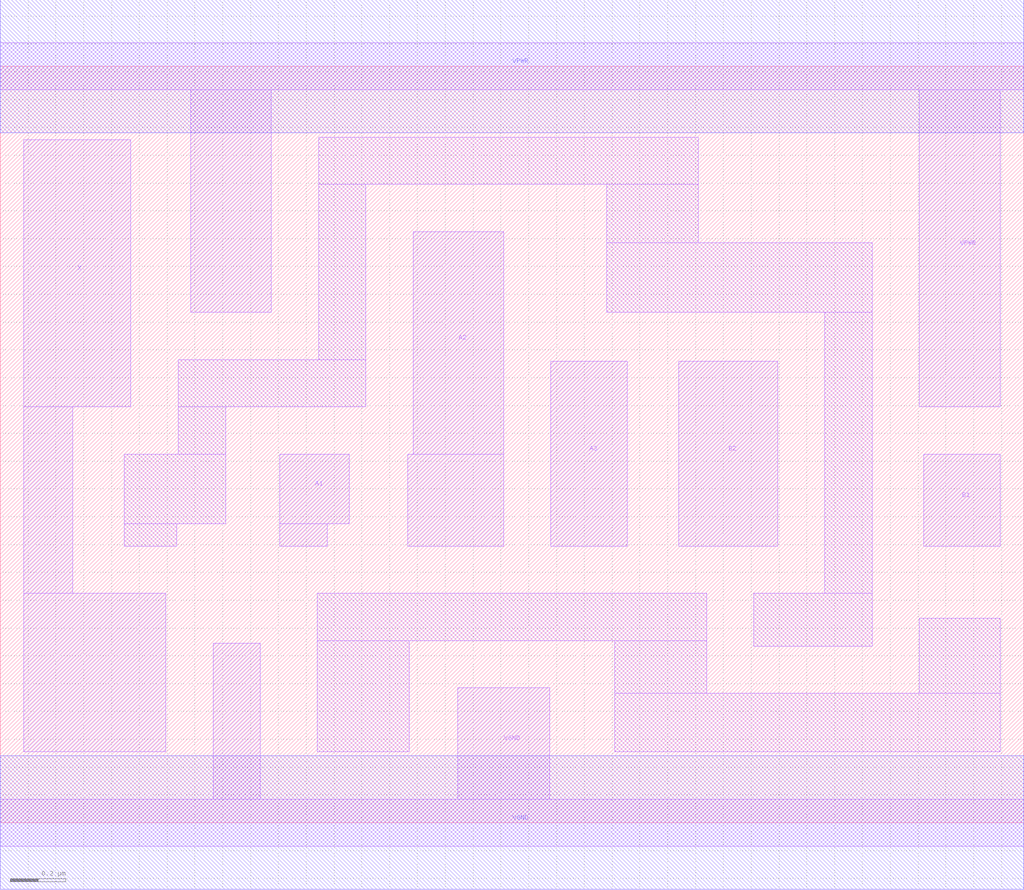
<source format=lef>
# Copyright 2020 The SkyWater PDK Authors
#
# Licensed under the Apache License, Version 2.0 (the "License");
# you may not use this file except in compliance with the License.
# You may obtain a copy of the License at
#
#     https://www.apache.org/licenses/LICENSE-2.0
#
# Unless required by applicable law or agreed to in writing, software
# distributed under the License is distributed on an "AS IS" BASIS,
# WITHOUT WARRANTIES OR CONDITIONS OF ANY KIND, either express or implied.
# See the License for the specific language governing permissions and
# limitations under the License.
#
# SPDX-License-Identifier: Apache-2.0

VERSION 5.5 ;
NAMESCASESENSITIVE ON ;
BUSBITCHARS "[]" ;
DIVIDERCHAR "/" ;
MACRO sky130_fd_sc_hd__o32a_1
  CLASS CORE ;
  SOURCE USER ;
  ORIGIN  0.000000  0.000000 ;
  SIZE  3.680000 BY  2.720000 ;
  SYMMETRY X Y R90 ;
  SITE unithd ;
  PIN A1
    ANTENNAGATEAREA  0.247500 ;
    DIRECTION INPUT ;
    USE SIGNAL ;
    PORT
      LAYER li1 ;
        RECT 1.005000 0.995000 1.175000 1.075000 ;
        RECT 1.005000 1.075000 1.255000 1.325000 ;
    END
  END A1
  PIN A2
    ANTENNAGATEAREA  0.247500 ;
    DIRECTION INPUT ;
    USE SIGNAL ;
    PORT
      LAYER li1 ;
        RECT 1.465000 0.995000 1.810000 1.325000 ;
        RECT 1.485000 1.325000 1.810000 2.125000 ;
    END
  END A2
  PIN A3
    ANTENNAGATEAREA  0.247500 ;
    DIRECTION INPUT ;
    USE SIGNAL ;
    PORT
      LAYER li1 ;
        RECT 1.980000 0.995000 2.255000 1.660000 ;
    END
  END A3
  PIN B1
    ANTENNAGATEAREA  0.247500 ;
    DIRECTION INPUT ;
    USE SIGNAL ;
    PORT
      LAYER li1 ;
        RECT 3.320000 0.995000 3.595000 1.325000 ;
    END
  END B1
  PIN B2
    ANTENNAGATEAREA  0.247500 ;
    DIRECTION INPUT ;
    USE SIGNAL ;
    PORT
      LAYER li1 ;
        RECT 2.440000 0.995000 2.795000 1.660000 ;
    END
  END B2
  PIN X
    ANTENNADIFFAREA  0.504000 ;
    DIRECTION OUTPUT ;
    USE SIGNAL ;
    PORT
      LAYER li1 ;
        RECT 0.085000 0.255000 0.595000 0.825000 ;
        RECT 0.085000 0.825000 0.260000 1.495000 ;
        RECT 0.085000 1.495000 0.470000 2.455000 ;
    END
  END X
  PIN VGND
    DIRECTION INOUT ;
    SHAPE ABUTMENT ;
    USE GROUND ;
    PORT
      LAYER li1 ;
        RECT 0.000000 -0.085000 3.680000 0.085000 ;
        RECT 0.765000  0.085000 0.935000 0.645000 ;
        RECT 1.645000  0.085000 1.975000 0.485000 ;
    END
    PORT
      LAYER met1 ;
        RECT 0.000000 -0.240000 3.680000 0.240000 ;
    END
  END VGND
  PIN VPWR
    DIRECTION INOUT ;
    SHAPE ABUTMENT ;
    USE POWER ;
    PORT
      LAYER li1 ;
        RECT 0.000000 2.635000 3.680000 2.805000 ;
        RECT 0.685000 1.835000 0.975000 2.635000 ;
        RECT 3.305000 1.495000 3.595000 2.635000 ;
    END
    PORT
      LAYER met1 ;
        RECT 0.000000 2.480000 3.680000 2.960000 ;
    END
  END VPWR
  OBS
    LAYER li1 ;
      RECT 0.445000 0.995000 0.635000 1.075000 ;
      RECT 0.445000 1.075000 0.810000 1.325000 ;
      RECT 0.640000 1.325000 0.810000 1.495000 ;
      RECT 0.640000 1.495000 1.315000 1.665000 ;
      RECT 1.140000 0.255000 1.470000 0.655000 ;
      RECT 1.140000 0.655000 2.540000 0.825000 ;
      RECT 1.145000 1.665000 1.315000 2.295000 ;
      RECT 1.145000 2.295000 2.510000 2.465000 ;
      RECT 2.180000 1.835000 3.135000 2.085000 ;
      RECT 2.180000 2.085000 2.510000 2.295000 ;
      RECT 2.210000 0.255000 3.595000 0.465000 ;
      RECT 2.210000 0.465000 2.540000 0.655000 ;
      RECT 2.710000 0.635000 3.135000 0.825000 ;
      RECT 2.965000 0.825000 3.135000 1.835000 ;
      RECT 3.305000 0.465000 3.595000 0.735000 ;
  END
END sky130_fd_sc_hd__o32a_1

</source>
